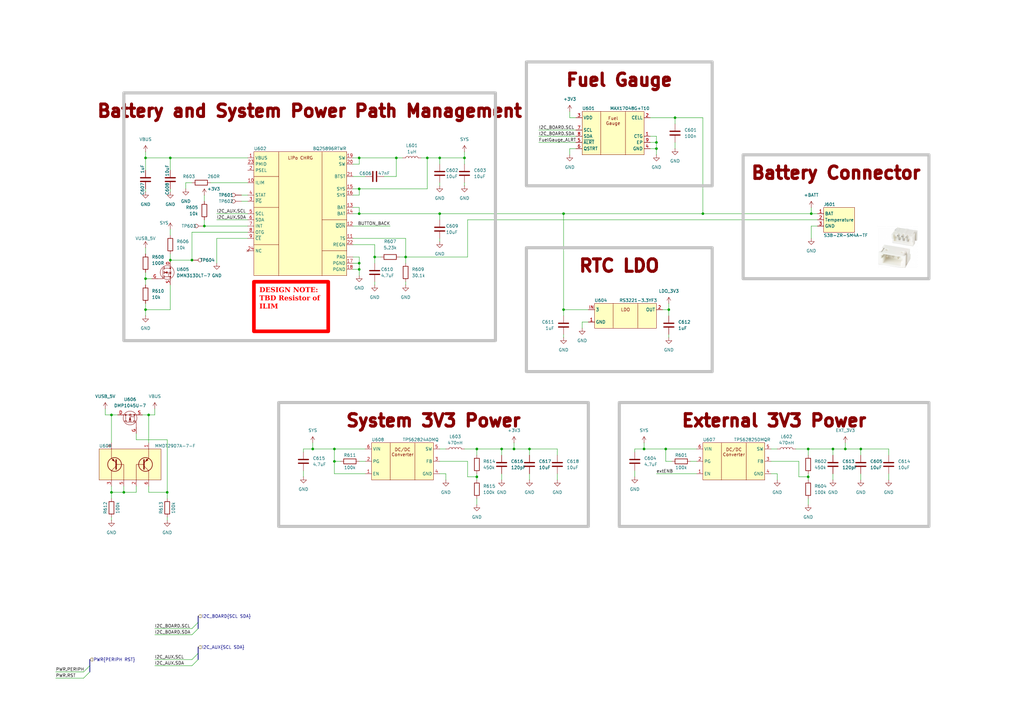
<source format=kicad_sch>
(kicad_sch (version 20231120) (generator "eeschema") (generator_version "8.0")
  (paper "A3")
  (title_block (date "2024-12-11") (rev "1.0") (company "kode."))
  (lib_symbols
    (symbol "0_CI_smd:BQ25896RTWR"
      (property "Reference" "U" (at 0 1.27 0))
      (property "Value" "BQ25896RTWR" (at 24.13 1.27 0))
      (symbol "BQ25896RTWR_1_1"
        (text "LiPo CHRG" (at 19.05 -2.54 0) (effects (font (size 1.27 1.27))))
        (pin unspecified line (at 40.64 -43.18 180) (length 2.54) (name "PAD") (number ""))
        (pin unspecified line (at -2.54 -2.54 0) (length 2.54) (name "VBUS") (number "1"))
        (pin unspecified line (at -2.54 -12.7 0) (length 2.54) (name "ILIM") (number "10"))
        (pin unspecified line (at 40.64 -35.56 180) (length 2.54) (name "TS") (number "11"))
        (pin unspecified line (at 40.64 -30.48 180) (length 2.54) (name "~{QON}") (number "12"))
        (pin unspecified line (at 40.64 -22.86 180) (length 2.54) (name "BAT") (number "13"))
        (pin unspecified line (at 40.64 -25.4 180) (length 2.54) (name "BAT") (number "14"))
        (pin unspecified line (at 40.64 -15.24 180) (length 2.54) (name "SYS") (number "15"))
        (pin unspecified line (at 40.64 -17.78 180) (length 2.54) (name "SYS") (number "16"))
        (pin unspecified line (at 40.64 -45.72 180) (length 2.54) (name "PGND") (number "17"))
        (pin unspecified line (at 40.64 -48.26 180) (length 2.54) (name "PGND") (number "18"))
        (pin unspecified line (at 40.64 -2.54 180) (length 2.54) (name "SW") (number "19"))
        (pin unspecified line (at -2.54 -7.62 0) (length 2.54) (name "PSEL") (number "2"))
        (pin unspecified line (at 40.64 -5.08 180) (length 2.54) (name "SW") (number "20"))
        (pin unspecified line (at 40.64 -10.16 180) (length 2.54) (name "BTST") (number "21"))
        (pin unspecified line (at 40.64 -38.1 180) (length 2.54) (name "REGN") (number "22"))
        (pin unspecified line (at -2.54 -5.08 0) (length 2.54) (name "PMID") (number "23"))
        (pin no_connect line (at -2.54 -40.64 0) (length 2.54) (name "NC") (number "24"))
        (pin unspecified line (at -2.54 -20.32 0) (length 2.54) (name "~{PG}") (number "3"))
        (pin unspecified line (at -2.54 -17.78 0) (length 2.54) (name "STAT") (number "4"))
        (pin unspecified line (at -2.54 -25.4 0) (length 2.54) (name "SCL") (number "5"))
        (pin unspecified line (at -2.54 -27.94 0) (length 2.54) (name "SDA") (number "6"))
        (pin unspecified line (at -2.54 -30.48 0) (length 2.54) (name "INT") (number "7"))
        (pin unspecified line (at -2.54 -33.02 0) (length 2.54) (name "OTG") (number "8"))
        (pin unspecified line (at -2.54 -35.56 0) (length 2.54) (name "~{CE}") (number "9"))
      )
    )
    (symbol "0_CI_smd:DMN313DLT-7"
      (property "Reference" "U" (at 3.81 1.27 0))
      (property "Value" "DMN313DLT-7" (at 3.81 -1.27 0))
      (symbol "DMN313DLT-7_1_1"
        (pin unspecified line (at 1.27 5.08 270) (length 2.54) (name "") (number "D"))
        (pin unspecified line (at -6.35 -2.54 0) (length 2.54) (name "") (number "G"))
        (pin unspecified line (at 1.27 -5.08 90) (length 2.54) (name "") (number "S"))
      )
    )
    (symbol "0_CI_smd:DMP1045U-7"
      (property "Reference" "U" (at 3.81 1.27 0))
      (property "Value" "DMP1045U-7" (at 3.81 -1.27 0))
      (symbol "DMP1045U-7_1_1"
        (pin unspecified line (at 1.27 5.08 270) (length 2.54) (name "") (number "D"))
        (pin unspecified line (at -6.35 -2.54 0) (length 2.54) (name "") (number "G"))
        (pin unspecified line (at 1.27 -5.08 90) (length 2.54) (name "") (number "S"))
      )
    )
    (symbol "0_CI_smd:MAX17048G+T10"
      (property "Reference" "U" (at 0 1.27 0))
      (property "Value" "MAX17048G+T10" (at 11.43 1.27 0))
      (symbol "MAX17048G+T10_1_1"
        (text "Fuel\nGauge" (at 12.7 -3.81 0) (effects (font (size 1.27 1.27))))
        (pin unspecified line (at 27.94 -10.16 180) (length 2.54) (name "CTG") (number "1"))
        (pin unspecified line (at 27.94 -2.54 180) (length 2.54) (name "CELL") (number "2"))
        (pin unspecified line (at -2.54 -2.54 0) (length 2.54) (name "VDD") (number "3"))
        (pin unspecified line (at 27.94 -15.24 180) (length 2.54) (name "GND") (number "4"))
        (pin unspecified line (at -2.54 -12.7 0) (length 2.54) (name "~{ALRT}") (number "5"))
        (pin unspecified line (at -2.54 -15.24 0) (length 2.54) (name "QSTRT") (number "6"))
        (pin unspecified line (at -2.54 -7.62 0) (length 2.54) (name "SCL") (number "7"))
        (pin unspecified line (at -2.54 -10.16 0) (length 2.54) (name "SDA") (number "8"))
        (pin unspecified line (at 27.94 -12.7 180) (length 2.54) (name "EP") (number "9"))
      )
    )
    (symbol "0_CI_smd:MMDT2907A-7-F"
      (property "Reference" "U" (at 0 1.27 0))
      (property "Value" "MMDT2907A-7-F" (at 22.86 1.27 0))
      (symbol "MMDT2907A-7-F_1_1"
        (pin unspecified line (at 20.32 2.54 270) (length 2.54) (name "") (number "1"))
        (pin unspecified line (at 15.24 -15.24 90) (length 2.54) (name "") (number "2"))
        (pin unspecified line (at 5.08 -15.24 90) (length 2.54) (name "") (number "3"))
        (pin unspecified line (at 5.08 2.54 270) (length 2.54) (name "") (number "4"))
        (pin unspecified line (at 10.16 -15.24 90) (length 2.54) (name "") (number "5"))
        (pin unspecified line (at 20.32 -15.24 90) (length 2.54) (name "") (number "6"))
      )
    )
    (symbol "0_connector_smd:S3B-ZR-SM4A-TF"
      (property "Reference" "J" (at 0 1.27 0))
      (property "Value" "S3B-ZR-SM4A-TF" (at 0 -11.43 0))
      (symbol "S3B-ZR-SM4A-TF_1_1"
        (pin unspecified line (at -2.54 -2.54 0) (length 2.54) (name "BAT") (number "1"))
        (pin unspecified line (at -2.54 -5.08 0) (length 2.54) (name "Temperature") (number "2"))
        (pin unspecified line (at -2.54 -7.62 0) (length 2.54) (name "GND") (number "3"))
      )
    )
    (symbol "0_converterDCDC:RS3221-3.3YF3"
      (property "Reference" "U" (at 0 1.27 0))
      (property "Value" "RS3221-3.3YF3" (at 10.16 1.27 0))
      (symbol "RS3221-3.3YF3_1_1"
        (text "LDO" (at 12.7 -2.54 0) (effects (font (size 1.27 1.27))))
        (pin unspecified line (at -2.54 -7.62 0) (length 2.54) (name "GND") (number "1"))
        (pin unspecified line (at 27.94 -2.54 180) (length 2.54) (name "OUT") (number "2"))
        (pin unspecified line (at -2.54 -2.54 0) (length 2.54) (name "3") (number "IN"))
      )
    )
    (symbol "0_converterDCDC:TPS62824ADMQ"
      (property "Reference" "U" (at 0 1.27 0))
      (property "Value" "TPS62824ADMQ" (at 12.7 1.27 0))
      (symbol "TPS62824ADMQ_1_1"
        (text "DC/DC\nConverter" (at 12.7 -3.81 0) (effects (font (size 1.27 1.27))))
        (pin unspecified line (at -2.54 -12.7 0) (length 2.54) (name "EN") (number "1"))
        (pin unspecified line (at -2.54 -7.62 0) (length 2.54) (name "PG") (number "2"))
        (pin unspecified line (at 27.94 -7.62 180) (length 2.54) (name "FB") (number "3"))
        (pin unspecified line (at 27.94 -12.7 180) (length 2.54) (name "GND") (number "4"))
        (pin unspecified line (at 27.94 -2.54 180) (length 2.54) (name "SW") (number "5"))
        (pin unspecified line (at -2.54 -2.54 0) (length 2.54) (name "VIN") (number "6"))
      )
    )
    (symbol "0_converterDCDC:TPS62825DMQR"
      (property "Reference" "U" (at 0 1.27 0))
      (property "Value" "TPS62825DMQR" (at 12.7 1.27 0))
      (symbol "TPS62825DMQR_1_1"
        (text "DC/DC\nConverter" (at 12.7 -3.81 0) (effects (font (size 1.27 1.27))))
        (pin unspecified line (at -2.54 -12.7 0) (length 2.54) (name "EN") (number "1"))
        (pin unspecified line (at -2.54 -7.62 0) (length 2.54) (name "PG") (number "2"))
        (pin unspecified line (at 27.94 -7.62 180) (length 2.54) (name "FB") (number "3"))
        (pin unspecified line (at 27.94 -12.7 180) (length 2.54) (name "GND") (number "4"))
        (pin unspecified line (at 27.94 -2.54 180) (length 2.54) (name "SW") (number "5"))
        (pin unspecified line (at -2.54 -2.54 0) (length 2.54) (name "VIN") (number "6"))
      )
    )
    (symbol "Connector:TestPoint" (pin_numbers hide) (pin_names (offset 0.762) hide)
      (property "Reference" "TP" (at 0 6.858 0))
      (property "Value" "TestPoint" (at 0 5.08 0))
      (symbol "TestPoint_1_1"
        (pin passive line (at 0 0 90) (length 2.54) (name "1") (number "1"))
      )
    )
    (symbol "Device:C" (pin_numbers hide) (pin_names (offset 0.254))
      (property "Reference" "C" (at 0.635 2.54 0))
      (property "Value" "C" (at 0.635 -2.54 0))
      (symbol "C_1_1"
        (pin passive line (at 0 3.81 270) (length 2.794) (name "~") (number "1"))
        (pin passive line (at 0 -3.81 90) (length 2.794) (name "~") (number "2"))
      )
    )
    (symbol "Device:L" (pin_numbers hide) (pin_names (offset 1.016) hide)
      (property "Reference" "L" (at -1.27 0 90))
      (property "Value" "L" (at 1.905 0 90))
      (symbol "L_1_1"
        (pin passive line (at 0 3.81 270) (length 1.27) (name "1") (number "1"))
        (pin passive line (at 0 -3.81 90) (length 1.27) (name "2") (number "2"))
      )
    )
    (symbol "Device:R" (pin_numbers hide) (pin_names (offset 0))
      (property "Reference" "R" (at 2.032 0 90))
      (property "Value" "R" (at 0 0 90))
      (symbol "R_1_1"
        (pin passive line (at 0 3.81 270) (length 1.27) (name "~") (number "1"))
        (pin passive line (at 0 -3.81 90) (length 1.27) (name "~") (number "2"))
      )
    )
    (symbol "power:+3V3" (power) (pin_numbers hide) (pin_names (offset 0) hide)
      (property "Value" "+3V3" (at 0 3.556 0))
      (symbol "+3V3_1_1"
        (pin power_in line (at 0 0 90) (length 0) (name "~") (number "1"))
      )
    )
    (symbol "power:+BATT" (power) (pin_numbers hide) (pin_names (offset 0) hide)
      (property "Value" "+BATT" (at 0 3.556 0))
      (symbol "+BATT_1_1"
        (pin power_in line (at 0 0 90) (length 0) (name "~") (number "1"))
      )
    )
    (symbol "power:GND" (power) (pin_numbers hide) (pin_names (offset 0) hide)
      (property "Value" "GND" (at 0 -3.81 0))
      (symbol "GND_1_1"
        (pin power_in line (at 0 0 270) (length 0) (name "~") (number "1"))
      )
    )
    (symbol "power:VBUS" (power) (pin_numbers hide) (pin_names (offset 0) hide)
      (property "Value" "VBUS" (at 0 3.556 0))
      (symbol "VBUS_1_1"
        (pin power_in line (at 0 0 90) (length 0) (name "~") (number "1"))
      )
    )
    (symbol "power:VDC" (power) (pin_numbers hide) (pin_names (offset 0) hide)
      (property "Value" "VDC" (at 0 3.556 0))
      (symbol "VDC_1_1"
        (pin power_in line (at 0 0 90) (length 0) (name "~") (number "1"))
      )
    )
  )
  (junction (at 269.24 58.42))
  (junction (at 50.8 201.93))
  (junction (at 147.32 64.77))
  (junction (at 68.58 201.93))
  (junction (at 269.24 60.96))
  (junction (at 166.37 105.41))
  (junction (at 331.47 195.58))
  (junction (at 195.58 184.15))
  (junction (at 69.85 64.77))
  (junction (at 59.69 114.3))
  (junction (at 274.32 127))
  (junction (at 59.69 64.77))
  (junction (at 332.74 87.63))
  (junction (at 69.85 106.68))
  (junction (at 273.05 184.15))
  (junction (at 346.71 184.15))
  (junction (at 78.74 106.68))
  (junction (at 210.82 184.15))
  (junction (at 83.82 92.71))
  (junction (at 331.47 184.15))
  (junction (at 231.14 87.63))
  (junction (at 276.86 48.26))
  (junction (at 128.27 184.15))
  (junction (at 153.67 105.41))
  (junction (at 45.72 201.93))
  (junction (at 59.69 127))
  (junction (at 162.56 64.77))
  (junction (at 147.32 107.95))
  (junction (at 217.17 184.15))
  (junction (at 175.26 64.77))
  (junction (at 264.16 184.15))
  (junction (at 147.32 77.47))
  (junction (at 195.58 195.58))
  (junction (at 190.5 64.77))
  (junction (at 137.16 184.15))
  (junction (at 45.72 170.18))
  (junction (at 147.32 87.63))
  (junction (at 137.16 189.23))
  (junction (at 205.74 184.15))
  (junction (at 288.29 87.63))
  (junction (at 353.06 184.15))
  (junction (at 147.32 110.49))
  (junction (at 60.96 170.18))
  (junction (at 231.14 127))
  (junction (at 341.63 184.15))
  (junction (at 180.34 87.63))
  (junction (at 180.34 64.77))
  (bus_entry (at 81.28 267.97) (size -2.54 2.54))
  (bus_entry (at 36.83 275.59) (size -2.54 2.54))
  (bus_entry (at 36.83 273.05) (size -2.54 2.54))
  (bus_entry (at 81.28 257.81) (size -2.54 2.54))
  (bus_entry (at 81.28 270.51) (size -2.54 2.54))
  (bus_entry (at 81.28 255.27) (size -2.54 2.54))
  (wire (pts (xy 147.32 80.01) (xy 147.32 77.47)))
  (wire (pts (xy 346.71 181.61) (xy 346.71 184.15)))
  (wire (pts (xy 60.96 201.93) (xy 68.58 201.93)))
  (wire (pts (xy 147.32 77.47) (xy 175.26 77.47)))
  (wire (pts (xy 180.34 194.31) (xy 182.88 194.31)))
  (wire (pts (xy 238.76 132.08) (xy 241.3 132.08)))
  (wire (pts (xy 162.56 72.39) (xy 162.56 64.77)))
  (wire (pts (xy 55.88 180.34) (xy 68.58 180.34)))
  (wire (pts (xy 22.86 275.59) (xy 34.29 275.59)))
  (wire (pts (xy 99.06 80.01) (xy 101.6 80.01)))
  (wire (pts (xy 69.85 104.14) (xy 69.85 106.68)))
  (wire (pts (xy 190.5 62.23) (xy 190.5 64.77)))
  (wire (pts (xy 269.24 60.96) (xy 269.24 63.5)))
  (wire (pts (xy 266.7 58.42) (xy 269.24 58.42)))
  (wire (pts (xy 45.72 213.36) (xy 45.72 212.09)))
  (wire (pts (xy 180.34 184.15) (xy 182.88 184.15)))
  (wire (pts (xy 275.59 189.23) (xy 273.05 189.23)))
  (wire (pts (xy 182.88 194.31) (xy 182.88 196.85)))
  (wire (pts (xy 83.82 92.71) (xy 101.6 92.71)))
  (wire (pts (xy 264.16 184.15) (xy 264.16 181.61)))
  (wire (pts (xy 60.96 170.18) (xy 58.42 170.18)))
  (wire (pts (xy 260.35 185.42) (xy 260.35 184.15)))
  (wire (pts (xy 59.69 127) (xy 59.69 129.54)))
  (wire (pts (xy 144.78 67.31) (xy 147.32 67.31)))
  (wire (pts (xy 63.5 260.35) (xy 78.74 260.35)))
  (wire (pts (xy 144.78 100.33) (xy 153.67 100.33)))
  (wire (pts (xy 160.02 92.71) (xy 144.78 92.71)))
  (wire (pts (xy 238.76 132.08) (xy 238.76 134.62)))
  (wire (pts (xy 86.36 74.93) (xy 101.6 74.93)))
  (wire (pts (xy 144.78 97.79) (xy 166.37 97.79)))
  (wire (pts (xy 144.78 107.95) (xy 147.32 107.95)))
  (wire (pts (xy 144.78 87.63) (xy 147.32 87.63)))
  (wire (pts (xy 220.98 58.42) (xy 236.22 58.42)))
  (wire (pts (xy 331.47 184.15) (xy 341.63 184.15)))
  (wire (pts (xy 195.58 194.31) (xy 195.58 195.58)))
  (wire (pts (xy 180.34 97.79) (xy 180.34 99.06)))
  (wire (pts (xy 144.78 64.77) (xy 147.32 64.77)))
  (wire (pts (xy 124.46 185.42) (xy 124.46 184.15)))
  (wire (pts (xy 353.06 194.31) (xy 353.06 196.85)))
  (wire (pts (xy 283.21 189.23) (xy 285.75 189.23)))
  (wire (pts (xy 341.63 186.69) (xy 341.63 184.15)))
  (wire (pts (xy 76.2 74.93) (xy 76.2 77.47)))
  (wire (pts (xy 144.78 80.01) (xy 147.32 80.01)))
  (wire (pts (xy 144.78 85.09) (xy 147.32 85.09)))
  (wire (pts (xy 172.72 64.77) (xy 175.26 64.77)))
  (bus (pts (xy 36.83 270.51) (xy 36.83 273.05)))
  (bus (pts (xy 81.28 265.43) (xy 81.28 267.97)))
  (wire (pts (xy 88.9 87.63) (xy 101.6 87.63)))
  (wire (pts (xy 205.74 194.31) (xy 205.74 196.85)))
  (wire (pts (xy 231.14 127) (xy 241.3 127)))
  (wire (pts (xy 332.74 85.09) (xy 332.74 87.63)))
  (wire (pts (xy 191.77 90.17) (xy 335.28 90.17)))
  (wire (pts (xy 45.72 170.18) (xy 48.26 170.18)))
  (wire (pts (xy 69.85 106.68) (xy 78.74 106.68)))
  (wire (pts (xy 260.35 184.15) (xy 264.16 184.15)))
  (wire (pts (xy 195.58 184.15) (xy 205.74 184.15)))
  (wire (pts (xy 231.14 129.54) (xy 231.14 127)))
  (wire (pts (xy 228.6 184.15) (xy 217.17 184.15)))
  (wire (pts (xy 45.72 170.18) (xy 45.72 181.61)))
  (wire (pts (xy 45.72 199.39) (xy 45.72 201.93)))
  (wire (pts (xy 78.74 74.93) (xy 76.2 74.93)))
  (wire (pts (xy 274.32 124.46) (xy 274.32 127)))
  (wire (pts (xy 327.66 189.23) (xy 316.23 189.23)))
  (wire (pts (xy 137.16 184.15) (xy 149.86 184.15)))
  (wire (pts (xy 128.27 184.15) (xy 137.16 184.15)))
  (wire (pts (xy 55.88 201.93) (xy 50.8 201.93)))
  (wire (pts (xy 83.82 92.71) (xy 83.82 90.17)))
  (bus (pts (xy 36.83 273.05) (xy 36.83 275.59)))
  (wire (pts (xy 276.86 60.96) (xy 276.86 58.42)))
  (wire (pts (xy 63.5 273.05) (xy 78.74 273.05)))
  (wire (pts (xy 62.23 114.3) (xy 59.69 114.3)))
  (wire (pts (xy 190.5 74.93) (xy 190.5 76.2)))
  (wire (pts (xy 191.77 195.58) (xy 191.77 189.23)))
  (wire (pts (xy 318.77 194.31) (xy 318.77 196.85)))
  (wire (pts (xy 327.66 195.58) (xy 327.66 189.23)))
  (wire (pts (xy 68.58 204.47) (xy 68.58 201.93)))
  (wire (pts (xy 59.69 101.6) (xy 59.69 104.14)))
  (wire (pts (xy 50.8 199.39) (xy 50.8 201.93)))
  (wire (pts (xy 191.77 195.58) (xy 195.58 195.58)))
  (wire (pts (xy 166.37 105.41) (xy 191.77 105.41)))
  (wire (pts (xy 163.83 105.41) (xy 166.37 105.41)))
  (wire (pts (xy 166.37 105.41) (xy 166.37 107.95)))
  (wire (pts (xy 195.58 184.15) (xy 195.58 186.69)))
  (wire (pts (xy 335.28 87.63) (xy 332.74 87.63)))
  (wire (pts (xy 266.7 60.96) (xy 269.24 60.96)))
  (wire (pts (xy 166.37 116.84) (xy 166.37 115.57)))
  (wire (pts (xy 128.27 184.15) (xy 128.27 181.61)))
  (wire (pts (xy 50.8 201.93) (xy 45.72 201.93)))
  (wire (pts (xy 276.86 48.26) (xy 266.7 48.26)))
  (wire (pts (xy 276.86 48.26) (xy 276.86 50.8)))
  (wire (pts (xy 149.86 194.31) (xy 137.16 194.31)))
  (wire (pts (xy 165.1 64.77) (xy 162.56 64.77)))
  (wire (pts (xy 144.78 110.49) (xy 147.32 110.49)))
  (wire (pts (xy 99.06 82.55) (xy 101.6 82.55)))
  (wire (pts (xy 220.98 55.88) (xy 236.22 55.88)))
  (wire (pts (xy 59.69 69.85) (xy 59.69 64.77)))
  (wire (pts (xy 364.49 184.15) (xy 353.06 184.15)))
  (wire (pts (xy 60.96 170.18) (xy 60.96 181.61)))
  (wire (pts (xy 353.06 184.15) (xy 346.71 184.15)))
  (wire (pts (xy 43.18 170.18) (xy 45.72 170.18)))
  (wire (pts (xy 59.69 77.47) (xy 59.69 78.74)))
  (wire (pts (xy 180.34 87.63) (xy 231.14 87.63)))
  (bus (pts (xy 81.28 267.97) (xy 81.28 270.51)))
  (wire (pts (xy 175.26 64.77) (xy 180.34 64.77)))
  (wire (pts (xy 124.46 193.04) (xy 124.46 195.58)))
  (wire (pts (xy 217.17 184.15) (xy 210.82 184.15)))
  (wire (pts (xy 190.5 67.31) (xy 190.5 64.77)))
  (wire (pts (xy 144.78 77.47) (xy 147.32 77.47)))
  (wire (pts (xy 191.77 189.23) (xy 180.34 189.23)))
  (wire (pts (xy 180.34 74.93) (xy 180.34 76.2)))
  (wire (pts (xy 101.6 97.79) (xy 88.9 97.79)))
  (wire (pts (xy 332.74 92.71) (xy 332.74 97.79)))
  (wire (pts (xy 233.68 48.26) (xy 236.22 48.26)))
  (wire (pts (xy 63.5 257.81) (xy 78.74 257.81)))
  (wire (pts (xy 147.32 189.23) (xy 149.86 189.23)))
  (wire (pts (xy 332.74 87.63) (xy 288.29 87.63)))
  (wire (pts (xy 220.98 53.34) (xy 236.22 53.34)))
  (wire (pts (xy 269.24 55.88) (xy 269.24 58.42)))
  (wire (pts (xy 63.5 270.51) (xy 78.74 270.51)))
  (wire (pts (xy 55.88 180.34) (xy 55.88 177.8)))
  (wire (pts (xy 153.67 116.84) (xy 153.67 115.57)))
  (wire (pts (xy 60.96 199.39) (xy 60.96 201.93)))
  (wire (pts (xy 260.35 193.04) (xy 260.35 195.58)))
  (wire (pts (xy 190.5 184.15) (xy 195.58 184.15)))
  (wire (pts (xy 190.5 64.77) (xy 180.34 64.77)))
  (wire (pts (xy 364.49 184.15) (xy 364.49 186.69)))
  (wire (pts (xy 59.69 124.46) (xy 59.69 127)))
  (wire (pts (xy 45.72 204.47) (xy 45.72 201.93)))
  (wire (pts (xy 316.23 184.15) (xy 318.77 184.15)))
  (wire (pts (xy 68.58 212.09) (xy 68.58 213.36)))
  (wire (pts (xy 326.39 184.15) (xy 331.47 184.15)))
  (wire (pts (xy 274.32 137.16) (xy 274.32 138.43)))
  (wire (pts (xy 233.68 45.72) (xy 233.68 48.26)))
  (wire (pts (xy 195.58 195.58) (xy 195.58 196.85)))
  (wire (pts (xy 69.85 64.77) (xy 101.6 64.77)))
  (wire (pts (xy 327.66 195.58) (xy 331.47 195.58)))
  (wire (pts (xy 147.32 64.77) (xy 162.56 64.77)))
  (wire (pts (xy 231.14 87.63) (xy 231.14 127)))
  (wire (pts (xy 331.47 204.47) (xy 331.47 207.01)))
  (wire (pts (xy 231.14 137.16) (xy 231.14 138.43)))
  (wire (pts (xy 288.29 48.26) (xy 288.29 87.63)))
  (wire (pts (xy 331.47 195.58) (xy 331.47 196.85)))
  (wire (pts (xy 68.58 180.34) (xy 68.58 201.93)))
  (wire (pts (xy 147.32 87.63) (xy 147.32 85.09)))
  (bus (pts (xy 81.28 255.27) (xy 81.28 257.81)))
  (wire (pts (xy 217.17 184.15) (xy 217.17 186.69)))
  (wire (pts (xy 288.29 87.63) (xy 231.14 87.63)))
  (wire (pts (xy 59.69 114.3) (xy 59.69 111.76)))
  (wire (pts (xy 147.32 87.63) (xy 180.34 87.63)))
  (wire (pts (xy 210.82 184.15) (xy 205.74 184.15)))
  (wire (pts (xy 346.71 184.15) (xy 341.63 184.15)))
  (wire (pts (xy 69.85 77.47) (xy 69.85 78.74)))
  (wire (pts (xy 59.69 62.23) (xy 59.69 64.77)))
  (wire (pts (xy 69.85 64.77) (xy 69.85 69.85)))
  (wire (pts (xy 78.74 95.25) (xy 78.74 106.68)))
  (wire (pts (xy 144.78 105.41) (xy 147.32 105.41)))
  (wire (pts (xy 157.48 72.39) (xy 162.56 72.39)))
  (wire (pts (xy 22.86 278.13) (xy 34.29 278.13)))
  (wire (pts (xy 83.82 80.01) (xy 83.82 82.55)))
  (wire (pts (xy 147.32 105.41) (xy 147.32 107.95)))
  (wire (pts (xy 353.06 184.15) (xy 353.06 186.69)))
  (wire (pts (xy 331.47 194.31) (xy 331.47 195.58)))
  (wire (pts (xy 153.67 105.41) (xy 156.21 105.41)))
  (wire (pts (xy 55.88 199.39) (xy 55.88 201.93)))
  (wire (pts (xy 137.16 194.31) (xy 137.16 189.23)))
  (wire (pts (xy 59.69 64.77) (xy 69.85 64.77)))
  (wire (pts (xy 88.9 97.79) (xy 88.9 107.95)))
  (wire (pts (xy 228.6 194.31) (xy 228.6 196.85)))
  (wire (pts (xy 274.32 127) (xy 274.32 129.54)))
  (wire (pts (xy 364.49 194.31) (xy 364.49 196.85)))
  (wire (pts (xy 233.68 63.5) (xy 233.68 60.96)))
  (wire (pts (xy 288.29 48.26) (xy 276.86 48.26)))
  (wire (pts (xy 271.78 127) (xy 274.32 127)))
  (wire (pts (xy 101.6 95.25) (xy 78.74 95.25)))
  (wire (pts (xy 147.32 107.95) (xy 147.32 110.49)))
  (wire (pts (xy 233.68 60.96) (xy 236.22 60.96)))
  (wire (pts (xy 273.05 184.15) (xy 285.75 184.15)))
  (wire (pts (xy 124.46 184.15) (xy 128.27 184.15)))
  (wire (pts (xy 43.18 167.64) (xy 43.18 170.18)))
  (wire (pts (xy 166.37 97.79) (xy 166.37 105.41)))
  (wire (pts (xy 266.7 55.88) (xy 269.24 55.88)))
  (wire (pts (xy 63.5 170.18) (xy 60.96 170.18)))
  (wire (pts (xy 180.34 90.17) (xy 180.34 87.63)))
  (bus (pts (xy 81.28 252.73) (xy 81.28 255.27)))
  (wire (pts (xy 144.78 72.39) (xy 149.86 72.39)))
  (wire (pts (xy 269.24 194.31) (xy 285.75 194.31)))
  (wire (pts (xy 69.85 127) (xy 59.69 127)))
  (wire (pts (xy 191.77 90.17) (xy 191.77 105.41)))
  (wire (pts (xy 137.16 189.23) (xy 137.16 184.15)))
  (wire (pts (xy 147.32 67.31) (xy 147.32 64.77)))
  (wire (pts (xy 69.85 93.98) (xy 69.85 96.52)))
  (wire (pts (xy 139.7 189.23) (xy 137.16 189.23)))
  (wire (pts (xy 269.24 58.42) (xy 269.24 60.96)))
  (wire (pts (xy 59.69 114.3) (xy 59.69 116.84)))
  (wire (pts (xy 195.58 204.47) (xy 195.58 207.01)))
  (wire (pts (xy 180.34 67.31) (xy 180.34 64.77)))
  (wire (pts (xy 63.5 170.18) (xy 63.5 167.64)))
  (wire (pts (xy 217.17 194.31) (xy 217.17 196.85)))
  (wire (pts (xy 88.9 90.17) (xy 101.6 90.17)))
  (wire (pts (xy 341.63 194.31) (xy 341.63 196.85)))
  (wire (pts (xy 69.85 116.84) (xy 69.85 127)))
  (wire (pts (xy 153.67 105.41) (xy 153.67 107.95)))
  (wire (pts (xy 264.16 184.15) (xy 273.05 184.15)))
  (wire (pts (xy 147.32 110.49) (xy 147.32 113.03)))
  (wire (pts (xy 331.47 184.15) (xy 331.47 186.69)))
  (wire (pts (xy 273.05 189.23) (xy 273.05 184.15)))
  (wire (pts (xy 332.74 92.71) (xy 335.28 92.71)))
  (wire (pts (xy 153.67 105.41) (xy 153.67 100.33)))
  (wire (pts (xy 228.6 184.15) (xy 228.6 186.69)))
  (wire (pts (xy 175.26 77.47) (xy 175.26 64.77)))
  (wire (pts (xy 316.23 194.31) (xy 318.77 194.31)))
  (wire (pts (xy 205.74 186.69) (xy 205.74 184.15)))
  (wire (pts (xy 210.82 181.61) (xy 210.82 184.15)))
  (rectangle (start 232.41 58.42) (end 232.41 58.42))
  (rectangle (start 215.9 101.6) (end 292.1 152.4) (stroke (width 1.27) (color 194 194 194 1)))
  (rectangle (start 215.9 25.4) (end 292.1 76.2) (stroke (width 1.27) (color 194 194 194 1)))
  (rectangle (start 304.8 63.5) (end 381 114.3) (stroke (width 1.27) (color 194 194 194 1)))
  (rectangle (start 114.3 165.1) (end 241.3 215.9) (stroke (width 1.27) (color 194 194 194 1)))
  (rectangle (start 254 165.1) (end 381 215.9) (stroke (width 1.27) (color 194 194 194 1)))
  (rectangle (start 50.8 38.1) (end 203.2 139.7) (stroke (width 1.27) (color 194 194 194 1)))
  (image (at 368.3 101.6) (scale 0.0787504))
  (text_box "DESIGN NOTE:\nTBD Resistor of ILIM" (at 104.14 115.57 0) (size 30.48 20.32) (stroke (width 1.5) (color 255 0 0 1)) (effects (font (size 2 2) (thickness 0.4) (bold yes)) (justify left top)))
  (text "RTC LDO" (at 254 109.22 0) (effects (font (size 5.08 5.08) (thickness 1.524) (bold yes))))
  (text "System 3V3 Power" (at 177.8 172.72 0) (effects (font (size 5.08 5.08) (thickness 1.524) (bold yes))))
  (text "Fuel Gauge" (at 254 33.02 0) (effects (font (size 5.08 5.08) (thickness 1.524) (bold yes))))
  (text "External 3V3 Power" (at 317.5 172.72 0) (effects (font (size 5.08 5.08) (thickness 1.524) (bold yes))))
  (text "Battery and System Power Path Management" (at 127 45.72 0) (effects (font (size 5.08 5.08) (thickness 1.524) (bold yes))))
  (text "Battery Connector" (at 342.9 71.12 0) (effects (font (size 5.08 5.08) (thickness 1.524) (bold yes))))
  (label "I2C_AUX.SDA" (at 88.9 90.17 0))
  (label "I2C_BOARD.SCL" (at 220.98 53.34 0))
  (label "PWR.PERIPH" (at 22.86 275.59 0))
  (label "FuelGauge_ALRT" (at 220.98 58.42 0))
  (label "I2C_BOARD.SCL" (at 63.5 257.81 0))
  (label "PWR.RST" (at 22.86 278.13 0))
  (label "BUTTON_BACK" (at 160.02 92.71 180))
  (label "I2C_BOARD.SDA" (at 220.98 55.88 0))
  (label "extENB" (at 269.24 194.31 0))
  (label "I2C_AUX.SCL" (at 88.9 87.63 0))
  (label "I2C_BOARD.SDA" (at 63.5 260.35 0))
  (label "I2C_AUX.SDA" (at 63.5 273.05 0))
  (label "I2C_AUX.SCL" (at 63.5 270.51 0))
  (hierarchical_label "I2C_AUX{SCL SDA}" (shape input) (at 81.28 265.43 0))
  (hierarchical_label "I2C_BOARD{SCL SDA}" (shape input) (at 81.28 252.73 0))
  (hierarchical_label "PWR{PERIPH RST}" (shape input) (at 36.83 270.51 0))
  (symbol (lib_id "power:+3V3") (at 274.32 124.46 0) (unit 1)
    (property "Reference" "#PWR0620" (effects (hide yes)))
    (property "Value" "LDO_3V3" (at 274.32 119.38 0))
    (property "Description" "Power symbol creates a global label with name \"+3V3\"" (effects (hide yes)))
  )
  (symbol (lib_id "power:VBUS") (at 43.18 167.64 0) (unit 1)
    (property "Reference" "#PWR0633" (effects (hide yes)))
    (property "Value" "VUSB_5V" (at 43.18 162.56 0))
    (property "Description" "Power symbol creates a global label with name \"VBUS\"" (effects (hide yes)))
  )
  (symbol (lib_id "power:GND") (at 205.74 196.85 0) (unit 1)
    (property "Reference" "#PWR0641" (effects (hide yes)))
    (property "Value" "GND" (at 205.74 201.93 0))
    (property "Description" "Power symbol creates a global label with name \"GND\" , ground" (effects (hide yes)))
  )
  (symbol (lib_id "Device:C") (at 217.17 190.5 0) (unit 1)
    (property "Reference" "C617" (at 220.98 189.23 0) (effects (justify left)))
    (property "Value" "10uF" (at 220.98 191.77 0) (effects (justify left)))
    (property "Description" "Unpolarized capacitor" (effects (hide yes)))
  )
  (symbol (lib_id "Device:C") (at 341.63 190.5 0) (unit 1)
    (property "Reference" "C613" (at 345.44 189.23 0) (effects (justify left)))
    (property "Value" "120pF" (at 345.44 191.77 0) (effects (justify left)))
    (property "Description" "Unpolarized capacitor" (effects (hide yes)))
  )
  (symbol (lib_id "0_CI_smd:BQ25896RTWR") (at 104.14 62.23 0) (unit 1)
    (property "Reference" "U602" (at 104.14 60.96 0) (effects (justify left)))
    (property "Value" "BQ25896RTWR" (at 128.27 60.96 0) (effects (justify left)))
    (property "Footprint" "0_CI_smd:BQ25896RTWR" (effects (hide yes)))
    (property "Datasheet" "https://www.ti.com/general/docs/suppproductinfo.tsp?distId=10&gotoUrl=https%3A%2F%2Fwww.ti.com%2Flit%2Fgpn%2Fbq25896" (effects (hide yes)))
    (property "Description" "IC BATT CHG LI-ION 1CELL 24WQFN" (effects (hide yes)))
    (property "kode PN" "DOTU002" (effects (hide yes)))
    (property "Manufacturer" "Texas Instrument" (effects (hide yes)))
    (property "Manufacturer PN" "BQ25896RTWR" (effects (hide yes)))
    (property "Supplier 1" "LCSC" (effects (hide yes)))
    (property "Supplier 1 PN" "C181475" (effects (hide yes)))
  )
  (symbol (lib_id "power:GND") (at 68.58 213.36 0) (unit 1)
    (property "Reference" "#PWR0651" (effects (hide yes)))
    (property "Value" "GND" (at 68.58 218.44 0))
    (property "Description" "Power symbol creates a global label with name \"GND\" , ground" (effects (hide yes)))
  )
  (symbol (lib_id "power:GND") (at 274.32 138.43 0) (mirror y) (unit 1)
    (property "Reference" "#PWR0627" (effects (hide yes)))
    (property "Value" "GND" (at 274.32 143.51 0))
    (property "Description" "Power symbol creates a global label with name \"GND\" , ground" (effects (hide yes)))
  )
  (symbol (lib_id "power:GND") (at 180.34 76.2 0) (unit 1)
    (property "Reference" "#PWR0607" (effects (hide yes)))
    (property "Value" "GND" (at 180.34 81.28 0))
    (property "Description" "Power symbol creates a global label with name \"GND\" , ground" (effects (hide yes)))
  )
  (symbol (lib_id "power:GND") (at 331.47 207.01 0) (unit 1)
    (property "Reference" "#PWR0630" (effects (hide yes)))
    (property "Value" "GND" (at 331.47 212.09 0))
    (property "Description" "Power symbol creates a global label with name \"GND\" , ground" (effects (hide yes)))
  )
  (symbol (lib_id "Device:L") (at 322.58 184.15 90) (unit 1)
    (property "Reference" "L602" (at 322.58 179.07 90))
    (property "Value" "470nH" (at 322.58 181.61 90))
    (property "Description" "Inductor" (effects (hide yes)))
  )
  (symbol (lib_id "Connector:TestPoint") (at 78.74 106.68 270) (unit 1)
    (property "Reference" "TP604" (at 85.09 106.68 90))
    (property "Value" "TestPoint" (effects (hide yes)))
    (property "Description" "test point" (effects (hide yes)))
  )
  (symbol (lib_id "Device:R") (at 331.47 190.5 0) (unit 1)
    (property "Reference" "R602" (at 334.01 189.23 0) (effects (justify left)))
    (property "Value" "450k" (at 334.01 191.77 0) (effects (justify left)))
    (property "Description" "Resistor" (effects (hide yes)))
  )
  (symbol (lib_id "Device:R") (at 68.58 208.28 180) (unit 1)
    (property "Reference" "R613" (at 66.04 208.28 90))
    (property "Value" "100k" (at 71.12 208.28 90))
    (property "Description" "Resistor" (effects (hide yes)))
  )
  (symbol (lib_id "0_connector_smd:S3B-ZR-SM4A-TF") (at 337.82 85.09 0) (unit 1)
    (property "Reference" "J601" (at 337.82 83.82 0) (effects (justify left)))
    (property "Value" "S3B-ZR-SM4A-TF" (at 337.82 96.52 0) (effects (justify left)))
    (property "Footprint" "0_connector_smd:S3B-ZR-SM4A-TF" (effects (hide yes)))
    (property "Datasheet" "https://www.jst-mfg.com/product/pdf/eng/eZH.pdf" (effects (hide yes)))
    (property "Description" "CONN HEADER SMD R/A 3POS 1.5MM" (effects (hide yes)))
    (property "kode PN" "DOTCON001" (effects (hide yes)))
    (property "Manufacturer" "JST" (effects (hide yes)))
    (property "Manufacturer PN" "S3B-ZR-SM4A-TF(LF)(SN)" (effects (hide yes)))
    (property "Supplier 1" "LCSC" (effects (hide yes)))
    (property "Supplier 1 PN" "C72591" (effects (hide yes)))
  )
  (symbol (lib_id "power:VDC") (at 69.85 93.98 0) (unit 1)
    (property "Reference" "#PWR0617" (effects (hide yes)))
    (property "Value" "SYS" (at 67.31 91.44 0))
    (property "Description" "Power symbol creates a global label with name \"VDC\"" (effects (hide yes)))
  )
  (symbol (lib_id "Device:R") (at 59.69 120.65 0) (unit 1)
    (property "Reference" "R610" (at 62.23 119.3799 0) (effects (justify left)))
    (property "Value" "10k" (at 62.23 121.9199 0) (effects (justify left)))
    (property "Description" "Resistor" (effects (hide yes)))
  )
  (symbol (lib_id "power:GND") (at 182.88 196.85 0) (unit 1)
    (property "Reference" "#PWR0638" (effects (hide yes)))
    (property "Value" "GND" (at 182.88 201.93 0))
    (property "Description" "Power symbol creates a global label with name \"GND\" , ground" (effects (hide yes)))
  )
  (symbol (lib_id "power:GND") (at 217.17 196.85 0) (unit 1)
    (property "Reference" "#PWR0642" (effects (hide yes)))
    (property "Value" "GND" (at 217.17 201.93 0))
    (property "Description" "Power symbol creates a global label with name \"GND\" , ground" (effects (hide yes)))
  )
  (symbol (lib_id "power:VDC") (at 264.16 181.61 0) (unit 1)
    (property "Reference" "#PWR0609" (effects (hide yes)))
    (property "Value" "SYS" (at 264.16 176.53 0))
    (property "Description" "Power symbol creates a global label with name \"VDC\"" (effects (hide yes)))
  )
  (symbol (lib_id "power:VDC") (at 128.27 181.61 0) (unit 1)
    (property "Reference" "#PWR0631" (effects (hide yes)))
    (property "Value" "SYS" (at 128.27 176.53 0))
    (property "Description" "Power symbol creates a global label with name \"VDC\"" (effects (hide yes)))
  )
  (symbol (lib_id "Device:C") (at 59.69 73.66 0) (unit 1)
    (property "Reference" "C607" (at 58.42 80.01 90) (effects (justify left)))
    (property "Value" "1uF" (at 58.42 71.12 90) (effects (justify left)))
    (property "Description" "Unpolarized capacitor" (effects (hide yes)))
  )
  (symbol (lib_id "power:GND") (at 180.34 99.06 0) (unit 1)
    (property "Reference" "#PWR0618" (effects (hide yes)))
    (property "Value" "GND" (at 180.34 104.14 0))
    (property "Description" "Power symbol creates a global label with name \"GND\" , ground" (effects (hide yes)))
  )
  (symbol (lib_id "Device:R") (at 166.37 111.76 0) (unit 1)
    (property "Reference" "R609" (at 168.91 110.4899 0) (effects (justify left)))
    (property "Value" "30.1k" (at 168.91 113.0299 0) (effects (justify left)))
    (property "Description" "Resistor" (effects (hide yes)))
  )
  (symbol (lib_id "power:GND") (at 195.58 207.01 0) (unit 1)
    (property "Reference" "#PWR0644" (effects (hide yes)))
    (property "Value" "GND" (at 195.58 212.09 0))
    (property "Description" "Power symbol creates a global label with name \"GND\" , ground" (effects (hide yes)))
  )
  (symbol (lib_id "power:+3V3") (at 346.71 181.61 0) (unit 1)
    (property "Reference" "#PWR0635" (effects (hide yes)))
    (property "Value" "EXT_3V3" (at 346.71 176.53 0))
    (property "Description" "Power symbol creates a global label with name \"+3V3\"" (effects (hide yes)))
  )
  (symbol (lib_id "power:GND") (at 88.9 107.95 0) (unit 1)
    (property "Reference" "#PWR0621" (effects (hide yes)))
    (property "Value" "GND" (at 88.9 113.03 0))
    (property "Description" "Power symbol creates a global label with name \"GND\" , ground" (effects (hide yes)))
  )
  (symbol (lib_id "Connector:TestPoint") (at 99.06 82.55 90) (unit 1)
    (property "Reference" "TP602" (at 92.71 82.55 90))
    (property "Value" "TestPoint" (effects (hide yes)))
    (property "Description" "test point" (effects (hide yes)))
  )
  (symbol (lib_id "Device:C") (at 124.46 189.23 0) (unit 1)
    (property "Reference" "C615" (at 128.27 187.96 0) (effects (justify left)))
    (property "Value" "4.7uF" (at 128.27 190.5 0) (effects (justify left)))
    (property "Description" "Unpolarized capacitor" (effects (hide yes)))
  )
  (symbol (lib_id "power:GND") (at 364.49 196.85 0) (unit 1)
    (property "Reference" "#PWR0640" (effects (hide yes)))
    (property "Value" "GND" (at 364.49 201.93 0))
    (property "Description" "Power symbol creates a global label with name \"GND\" , ground" (effects (hide yes)))
  )
  (symbol (lib_id "Device:C") (at 180.34 71.12 0) (unit 1)
    (property "Reference" "C602" (at 182.88 69.85 0) (effects (justify left)))
    (property "Value" "10uF" (at 182.88 72.39 0) (effects (justify left)))
    (property "Description" "Unpolarized capacitor" (effects (hide yes)))
  )
  (symbol (lib_id "power:VBUS") (at 63.5 167.64 0) (unit 1)
    (property "Reference" "#PWR0634" (effects (hide yes)))
    (property "Value" "VBUS" (at 63.5 162.56 0))
    (property "Description" "Power symbol creates a global label with name \"VBUS\"" (effects (hide yes)))
  )
  (symbol (lib_id "power:GND") (at 228.6 196.85 0) (unit 1)
    (property "Reference" "#PWR0643" (effects (hide yes)))
    (property "Value" "GND" (at 228.6 201.93 0))
    (property "Description" "Power symbol creates a global label with name \"GND\" , ground" (effects (hide yes)))
  )
  (symbol (lib_id "power:+3V3") (at 233.68 45.72 0) (unit 1)
    (property "Reference" "#PWR0601" (effects (hide yes)))
    (property "Value" "+3V3" (at 233.68 40.64 0))
    (property "Description" "Power symbol creates a global label with name \"+3V3\"" (effects (hide yes)))
  )
  (symbol (lib_id "0_converterDCDC:TPS62825DMQR") (at 288.29 181.61 0) (unit 1)
    (property "Reference" "U607" (at 288.29 180.34 0) (effects (justify left)))
    (property "Value" "TPS62825DMQR" (at 300.99 180.34 0) (effects (justify left)))
    (property "Footprint" "0_converter_DCDC:TPS6282x" (effects (hide yes)))
    (property "Datasheet" "https://www.ti.com/lit/ds/symlink/tps62825.pdf" (effects (hide yes)))
    (property "Description" "IC REG BUCK ADJ 2A 6VSON" (effects (hide yes)))
    (property "kode PN" "DOTU019" (effects (hide yes)))
    (property "Manufacturer " "Texas Instruments" (effects (hide yes)))
    (property "Manufacturer PN" "TPS62825DMQR" (effects (hide yes)))
    (property "Supplier 1" "LCSC" (effects (hide yes)))
    (property "Supplier 1 PN" "C2650334" (effects (hide yes)))
  )
  (symbol (lib_id "Device:R") (at 195.58 190.5 0) (unit 1)
    (property "Reference" "R614" (at 198.12 189.23 0) (effects (justify left)))
    (property "Value" "450k" (at 198.12 191.77 0) (effects (justify left)))
    (property "Description" "Resistor" (effects (hide yes)))
  )
  (symbol (lib_id "power:VBUS") (at 59.69 62.23 0) (unit 1)
    (property "Reference" "#PWR0603" (effects (hide yes)))
    (property "Value" "VBUS" (at 59.69 57.15 0))
    (property "Description" "Power symbol creates a global label with name \"VBUS\"" (effects (hide yes)))
  )
  (symbol (lib_id "power:+3V3") (at 210.82 181.61 0) (unit 1)
    (property "Reference" "#PWR0637" (effects (hide yes)))
    (property "Value" "+3V3" (at 210.82 176.53 0))
    (property "Description" "Power symbol creates a global label with name \"+3V3\"" (effects (hide yes)))
  )
  (symbol (lib_id "Device:C") (at 153.67 72.39 90) (unit 1)
    (property "Reference" "C606" (at 149.86 71.12 90))
    (property "Value" "47nF" (at 157.48 71.12 90))
    (property "Description" "Unpolarized capacitor" (effects (hide yes)))
  )
  (symbol (lib_id "power:GND") (at 45.72 213.36 0) (mirror y) (unit 1)
    (property "Reference" "#PWR0650" (effects (hide yes)))
    (property "Value" "GND" (at 45.72 218.44 0))
    (property "Description" "Power symbol creates a global label with name \"GND\" , ground" (effects (hide yes)))
  )
  (symbol (lib_id "Device:C") (at 228.6 190.5 0) (unit 1)
    (property "Reference" "C618" (at 232.41 189.23 0) (effects (justify left)))
    (property "Value" "10uF" (at 232.41 191.77 0) (effects (justify left)))
    (property "Description" "Unpolarized capacitor" (effects (hide yes)))
  )
  (symbol (lib_id "Device:R") (at 59.69 107.95 0) (unit 1)
    (property "Reference" "R608" (at 62.23 105.41 0) (effects (justify left)))
    (property "Value" "100R" (at 62.23 107.95 0) (effects (justify left)))
    (property "Description" "Resistor" (effects (hide yes)))
  )
  (symbol (lib_id "power:+3V3") (at 83.82 80.01 0) (unit 1)
    (property "Reference" "#PWR0614" (effects (hide yes)))
    (property "Value" "+3V3" (at 87.63 77.47 0))
    (property "Description" "Power symbol creates a global label with name \"+3V3\"" (effects (hide yes)))
  )
  (symbol (lib_id "Device:R") (at 195.58 200.66 0) (unit 1)
    (property "Reference" "R615" (at 198.12 199.39 0) (effects (justify left)))
    (property "Value" "100k" (at 198.12 201.93 0) (effects (justify left)))
    (property "Description" "Resistor" (effects (hide yes)))
  )
  (symbol (lib_id "Device:C") (at 276.86 54.61 0) (unit 1)
    (property "Reference" "C601" (at 280.67 53.34 0) (effects (justify left)))
    (property "Value" "100n" (at 280.67 55.88 0) (effects (justify left)))
    (property "Description" "Unpolarized capacitor" (effects (hide yes)))
  )
  (symbol (lib_id "power:GND") (at 59.69 129.54 0) (unit 1)
    (property "Reference" "#PWR0628" (effects (hide yes)))
    (property "Value" "GND" (at 59.69 134.62 0))
    (property "Description" "Power symbol creates a global label with name \"GND\" , ground" (effects (hide yes)))
  )
  (symbol (lib_id "power:GND") (at 353.06 196.85 0) (unit 1)
    (property "Reference" "#PWR0639" (effects (hide yes)))
    (property "Value" "GND" (at 353.06 201.93 0))
    (property "Description" "Power symbol creates a global label with name \"GND\" , ground" (effects (hide yes)))
  )
  (symbol (lib_id "Device:L") (at 168.91 64.77 90) (unit 1)
    (property "Reference" "L601" (at 168.91 59.69 90))
    (property "Value" "1uH" (at 168.91 62.23 90))
    (property "Description" "Inductor" (effects (hide yes)))
  )
  (symbol (lib_id "Device:R") (at 143.51 189.23 90) (unit 1)
    (property "Reference" "R611" (at 143.51 186.69 90))
    (property "Value" "100k" (at 143.51 191.77 90))
    (property "Description" "Resistor" (effects (hide yes)))
  )
  (symbol (lib_id "power:GND") (at 69.85 78.74 0) (unit 1)
    (property "Reference" "#PWR0613" (effects (hide yes)))
    (property "Value" "GND" (at 69.85 83.82 0))
    (property "Description" "Power symbol creates a global label with name \"GND\" , ground" (effects (hide yes)))
  )
  (symbol (lib_id "Device:C") (at 364.49 190.5 0) (unit 1)
    (property "Reference" "C614" (at 368.3 189.23 0) (effects (justify left)))
    (property "Value" "10uF" (at 368.3 191.77 0) (effects (justify left)))
    (property "Description" "Unpolarized capacitor" (effects (hide yes)))
  )
  (symbol (lib_id "0_CI_smd:MMDT2907A-7-F") (at 40.64 184.15 0) (unit 1)
    (property "Reference" "U609" (at 40.64 182.88 0) (effects (justify left)))
    (property "Value" "MMDT2907A-7-F" (at 63.5 182.88 0) (effects (justify left)))
    (property "Footprint" "0_CI_smd:MMDT2907A-7-F" (effects (hide yes)))
    (property "Datasheet" "https://www.diodes.com/datasheet/download/MMDT2907A.pdf" (effects (hide yes)))
    (property "Description" "TRANS 2PNP 60V 0.6A SOT363" (effects (hide yes)))
    (property "kode PN" "DOTU006" (effects (hide yes)))
    (property "Manufacturer" "Diodes Incorporated" (effects (hide yes)))
    (property "Manufacturer PN" "MMDT2907A-7-F" (effects (hide yes)))
    (property "Supplier 1" "LCSC" (effects (hide yes)))
    (property "Supplier 1 PN" "C460232" (effects (hide yes)))
  )
  (symbol (lib_id "Connector:TestPoint") (at 99.06 80.01 90) (unit 1)
    (property "Reference" "TP601" (at 92.71 80.01 90))
    (property "Value" "TestPoint" (effects (hide yes)))
    (property "Description" "test point" (effects (hide yes)))
  )
  (symbol (lib_id "Device:C") (at 205.74 190.5 0) (unit 1)
    (property "Reference" "C616" (at 209.55 189.23 0) (effects (justify left)))
    (property "Value" "120pF" (at 209.55 191.77 0) (effects (justify left)))
    (property "Description" "Unpolarized capacitor" (effects (hide yes)))
  )
  (symbol (lib_id "0_CI_smd:DMN313DLT-7") (at 68.58 111.76 0) (unit 1)
    (property "Reference" "U605" (at 72.39 110.49 0) (effects (justify left)))
    (property "Value" "DMN313DLT-7" (at 72.39 113.03 0) (effects (justify left)))
    (property "Datasheet" "https://www.diodes.com/datasheet/download/DMN313DLT.pdf" (effects (hide yes)))
    (property "Description" "MOSFET N-CH 30V 270MA SOT523" (effects (hide yes)))
    (property "kode PN" "DOTU008" (effects (hide yes)))
    (property "Manufacturer" "Diodes Incorporated" (effects (hide yes)))
    (property "Manufacturer PN" "DMN313DLT-7" (effects (hide yes)))
    (property "Supplier 1" "LCSC" (effects (hide yes)))
    (property "Supplier 1 PN" "C155524" (effects (hide yes)))
  )
  (symbol (lib_id "Device:R") (at 331.47 200.66 0) (unit 1)
    (property "Reference" "R604" (at 334.01 199.39 0) (effects (justify left)))
    (property "Value" "100k" (at 334.01 201.93 0) (effects (justify left)))
    (property "Description" "Resistor" (effects (hide yes)))
  )
  (symbol (lib_id "power:GND") (at 332.74 97.79 0) (unit 1)
    (property "Reference" "#PWR0616" (effects (hide yes)))
    (property "Value" "GND" (at 332.74 102.87 0))
    (property "Description" "Power symbol creates a global label with name \"GND\" , ground" (effects (hide yes)))
  )
  (symbol (lib_id "Device:R") (at 279.4 189.23 90) (unit 1)
    (property "Reference" "R601" (at 279.4 186.69 90))
    (property "Value" "100k" (at 279.4 191.77 90))
    (property "Description" "Resistor" (effects (hide yes)))
  )
  (symbol (lib_id "0_CI_smd:MAX17048G+T10") (at 238.76 45.72 0) (unit 1)
    (property "Reference" "U601" (at 238.76 44.45 0) (effects (justify left)))
    (property "Value" "MAX17048G+T10" (at 250.19 44.45 0) (effects (justify left)))
    (property "Footprint" "0_CI_smd:MAX17048G+T10" (effects (hide yes)))
    (property "Datasheet" "https://www.analog.com/media/en/technical-documentation/data-sheets/MAX17048-MAX17049.pdf" (effects (hide yes)))
    (property "Description" "IC BATT MON LI-ION 1CELL 8TDFN" (effects (hide yes)))
    (property "kode PN" "DOTU017" (effects (hide yes)))
    (property "Manufacturer" "Analog Devices Inc./Maxim Integrated" (effects (hide yes)))
    (property "Manufacturer PN" "MAX17048G+T10" (effects (hide yes)))
    (property "Supplier 1" "LCSC" (effects (hide yes)))
    (property "Supplier 1 PN" "C2682616" (effects (hide yes)))
  )
  (symbol (lib_id "Device:C") (at 190.5 71.12 0) (unit 1)
    (property "Reference" "C603" (at 194.31 69.8499 0) (effects (justify left)))
    (property "Value" "10uF" (at 194.31 72.3899 0) (effects (justify left)))
    (property "Description" "Unpolarized capacitor" (effects (hide yes)))
  )
  (symbol (lib_id "Device:C") (at 153.67 111.76 0) (unit 1)
    (property "Reference" "C610" (at 156.21 110.49 0) (effects (justify left)))
    (property "Value" "4.7uF" (at 156.21 113.03 0) (effects (justify left)))
    (property "Description" "Unpolarized capacitor" (effects (hide yes)))
  )
  (symbol (lib_id "Device:R") (at 82.55 74.93 90) (unit 1)
    (property "Reference" "R603" (at 77.47 72.39 90))
    (property "Value" "260R" (at 87.63 72.39 90))
    (property "Description" "Resistor" (effects (hide yes)))
  )
  (symbol (lib_id "power:GND") (at 231.14 138.43 0) (unit 1)
    (property "Reference" "#PWR0626" (effects (hide yes)))
    (property "Value" "GND" (at 231.14 143.51 0))
    (property "Description" "Power symbol creates a global label with name \"GND\" , ground" (effects (hide yes)))
  )
  (symbol (lib_id "power:GND") (at 318.77 196.85 0) (unit 1)
    (property "Reference" "#PWR0629" (effects (hide yes)))
    (property "Value" "GND" (at 318.77 201.93 0))
    (property "Description" "Power symbol creates a global label with name \"GND\" , ground" (effects (hide yes)))
  )
  (symbol (lib_id "power:VBUS") (at 59.69 101.6 0) (unit 1)
    (property "Reference" "#PWR0619" (effects (hide yes)))
    (property "Value" "VUSB_5V" (at 59.69 97.79 0))
    (property "Description" "Power symbol creates a global label with name \"VBUS\"" (effects (hide yes)))
  )
  (symbol (lib_id "0_converterDCDC:TPS62824ADMQ") (at 152.4 181.61 0) (unit 1)
    (property "Reference" "U608" (at 152.4 180.34 0) (effects (justify left)))
    (property "Value" "TPS62824ADMQ" (at 165.1 180.34 0) (effects (justify left)))
    (property "Footprint" "0_converter_DCDC:TPS6282x" (effects (hide yes)))
    (property "Datasheet" "https://www.ti.com/lit/ds/symlink/tps62825.pdf" (effects (hide yes)))
    (property "Description" "IC REG BUCK ADJ 1A 6VSON" (effects (hide yes)))
    (property "kode PN" "DOTU018" (effects (hide yes)))
    (property "Manufacturer " "Texas Instruments" (effects (hide yes)))
    (property "Manufacturer PN" "TPS62824ADMQR" (effects (hide yes)))
    (property "Supplier 1" "LCSC" (effects (hide yes)))
    (property "Supplier 1 PN" "C2862909" (effects (hide yes)))
  )
  (symbol (lib_id "power:GND") (at 124.46 195.58 0) (unit 1)
    (property "Reference" "#PWR0632" (effects (hide yes)))
    (property "Value" "GND" (at 124.46 200.66 0))
    (property "Description" "Power symbol creates a global label with name \"GND\" , ground" (effects (hide yes)))
  )
  (symbol (lib_id "Device:C") (at 353.06 190.5 0) (unit 1)
    (property "Reference" "C605" (at 356.87 189.23 0) (effects (justify left)))
    (property "Value" "10uF" (at 356.87 191.77 0) (effects (justify left)))
    (property "Description" "Unpolarized capacitor" (effects (hide yes)))
  )
  (symbol (lib_id "power:GND") (at 269.24 63.5 0) (unit 1)
    (property "Reference" "#PWR0602" (effects (hide yes)))
    (property "Value" "GND" (at 269.24 68.58 0))
    (property "Description" "Power symbol creates a global label with name \"GND\" , ground" (effects (hide yes)))
  )
  (symbol (lib_id "power:GND") (at 153.67 116.84 0) (unit 1)
    (property "Reference" "#PWR0624" (effects (hide yes)))
    (property "Value" "GND" (at 153.67 121.92 0))
    (property "Description" "Power symbol creates a global label with name \"GND\" , ground" (effects (hide yes)))
  )
  (symbol (lib_id "Device:C") (at 260.35 189.23 0) (unit 1)
    (property "Reference" "C604" (at 264.16 187.96 0) (effects (justify left)))
    (property "Value" "4.7uF" (at 264.16 190.5 0) (effects (justify left)))
    (property "Description" "Unpolarized capacitor" (effects (hide yes)))
  )
  (symbol (lib_id "Connector:TestPoint") (at 83.82 92.71 90) (unit 1)
    (property "Reference" "TP603" (at 77.47 92.71 90))
    (property "Value" "TestPoint" (effects (hide yes)))
    (property "Description" "test point" (effects (hide yes)))
  )
  (symbol (lib_id "Device:R") (at 160.02 105.41 270) (unit 1)
    (property "Reference" "R607" (at 160.02 99.06 90))
    (property "Value" "5.23k" (at 160.02 101.6 90))
    (property "Description" "Resistor" (effects (hide yes)))
  )
  (symbol (lib_id "Device:C") (at 231.14 133.35 0) (mirror y) (unit 1)
    (property "Reference" "C611" (at 227.33 132.0799 0) (effects (justify left)))
    (property "Value" "1uF" (at 227.33 134.6199 0) (effects (justify left)))
    (property "Description" "Unpolarized capacitor" (effects (hide yes)))
  )
  (symbol (lib_id "power:GND") (at 59.69 78.74 0) (unit 1)
    (property "Reference" "#PWR0612" (effects (hide yes)))
    (property "Value" "GND" (at 59.69 83.82 0))
    (property "Description" "Power symbol creates a global label with name \"GND\" , ground" (effects (hide yes)))
  )
  (symbol (lib_id "Device:R") (at 69.85 100.33 0) (unit 1)
    (property "Reference" "R606" (at 72.39 99.0599 0) (effects (justify left)))
    (property "Value" "10k" (at 72.39 101.5999 0) (effects (justify left)))
    (property "Description" "Resistor" (effects (hide yes)))
  )
  (symbol (lib_id "power:GND") (at 238.76 134.62 0) (unit 1)
    (property "Reference" "#PWR0623" (effects (hide yes)))
    (property "Value" "GND" (at 238.76 139.7 0))
    (property "Description" "Power symbol creates a global label with name \"GND\" , ground" (effects (hide yes)))
  )
  (symbol (lib_id "power:GND") (at 276.86 60.96 0) (unit 1)
    (property "Reference" "#PWR0606" (effects (hide yes)))
    (property "Value" "GND" (at 276.86 66.04 0))
    (property "Description" "Power symbol creates a global label with name \"GND\" , ground" (effects (hide yes)))
  )
  (symbol (lib_id "power:GND") (at 147.32 113.03 0) (unit 1)
    (property "Reference" "#PWR0622" (effects (hide yes)))
    (property "Value" "GND" (at 147.32 118.11 0))
    (property "Description" "Power symbol creates a global label with name \"GND\" , ground" (effects (hide yes)))
  )
  (symbol (lib_id "Device:R") (at 83.82 86.36 0) (mirror y) (unit 1)
    (property "Reference" "R605" (at 81.28 85.0899 0) (effects (justify left)))
    (property "Value" "10k" (at 81.28 87.6299 0) (effects (justify left)))
    (property "Description" "Resistor" (effects (hide yes)))
  )
  (symbol (lib_id "Device:C") (at 274.32 133.35 0) (unit 1)
    (property "Reference" "C612" (at 278.13 132.0799 0) (effects (justify left)))
    (property "Value" "1uF" (at 278.13 134.6199 0) (effects (justify left)))
    (property "Description" "Unpolarized capacitor" (effects (hide yes)))
  )
  (symbol (lib_id "power:GND") (at 260.35 195.58 0) (unit 1)
    (property "Reference" "#PWR0610" (effects (hide yes)))
    (property "Value" "GND" (at 260.35 200.66 0))
    (property "Description" "Power symbol creates a global label with name \"GND\" , ground" (effects (hide yes)))
  )
  (symbol (lib_id "Device:L") (at 186.69 184.15 90) (unit 1)
    (property "Reference" "L603" (at 186.69 179.07 90))
    (property "Value" "470nH" (at 186.69 181.61 90))
    (property "Description" "Inductor" (effects (hide yes)))
  )
  (symbol (lib_id "Device:R") (at 45.72 208.28 0) (mirror y) (unit 1)
    (property "Reference" "R612" (at 43.18 208.28 90))
    (property "Value" "100k" (at 48.26 208.28 90))
    (property "Description" "Resistor" (effects (hide yes)))
  )
  (symbol (lib_id "0_CI_smd:DMP1045U-7") (at 53.34 171.45 90) (unit 1)
    (property "Reference" "U606" (at 53.34 163.83 90))
    (property "Value" "DMP1045U-7" (at 53.34 166.37 90))
    (property "Datasheet" "https://www.diodes.com/datasheet/download/DMP1045U.pdf" (effects (hide yes)))
    (property "Description" "MOSFET P-CH 12V 4A SOT23" (effects (hide yes)))
    (property "kode PN" "DOTU007" (effects (hide yes)))
    (property "Manufacturer" "Diodes Incorporated" (effects (hide yes)))
    (property "Manufacturer PN" "DMP1045U-7" (effects (hide yes)))
    (property "Supplier 1" "LCSC" (effects (hide yes)))
    (property "Supplier 1 PN" "C177033" (effects (hide yes)))
  )
  (symbol (lib_id "power:GND") (at 190.5 76.2 0) (unit 1)
    (property "Reference" "#PWR0608" (effects (hide yes)))
    (property "Value" "GND" (at 190.5 81.28 0))
    (property "Description" "Power symbol creates a global label with name \"GND\" , ground" (effects (hide yes)))
  )
  (symbol (lib_id "power:GND") (at 76.2 77.47 0) (unit 1)
    (property "Reference" "#PWR0611" (effects (hide yes)))
    (property "Value" "GND" (at 76.2 82.55 0))
    (property "Description" "Power symbol creates a global label with name \"GND\" , ground" (effects (hide yes)))
  )
  (symbol (lib_id "power:GND") (at 233.68 63.5 0) (unit 1)
    (property "Reference" "#PWR0605" (effects (hide yes)))
    (property "Value" "GND" (at 233.68 68.58 0))
    (property "Description" "Power symbol creates a global label with name \"GND\" , ground" (effects (hide yes)))
  )
  (symbol (lib_id "power:+BATT") (at 332.74 85.09 0) (unit 1)
    (property "Reference" "#PWR0615" (effects (hide yes)))
    (property "Value" "+BATT" (at 332.74 80.01 0))
    (property "Description" "Power symbol creates a global label with name \"+BATT\"" (effects (hide yes)))
  )
  (symbol (lib_id "Device:C") (at 69.85 73.66 0) (unit 1)
    (property "Reference" "C608" (at 68.58 80.01 90) (effects (justify left)))
    (property "Value" "10uF" (at 68.58 72.39 90) (effects (justify left)))
    (property "Description" "Unpolarized capacitor" (effects (hide yes)))
  )
  (symbol (lib_id "power:GND") (at 341.63 196.85 0) (unit 1)
    (property "Reference" "#PWR0636" (effects (hide yes)))
    (property "Value" "GND" (at 341.63 201.93 0))
    (property "Description" "Power symbol creates a global label with name \"GND\" , ground" (effects (hide yes)))
  )
  (symbol (lib_id "0_converterDCDC:RS3221-3.3YF3") (at 243.84 124.46 0) (unit 1)
    (property "Reference" "U604" (at 243.84 123.19 0) (effects (justify left)))
    (property "Value" "RS3221-3.3YF3" (at 254 123.19 0) (effects (justify left)))
    (property "Footprint" "0_converter_DCDC:RS3221-3.3YF3" (effects (hide yes)))
    (property "Datasheet" "https://www.lcsc.com/datasheet/lcsc_datasheet_2304140030_Jiangsu-RUNIC-Tech-RS3221-3-3YF3_C2762323.pdf" (effects (hide yes)))
    (property "Description" "LDO 200mA 48dB@(217Hz) Fixed 3.3V Positive" (effects (hide yes)))
    (property "kode PN" "DOTU005" (effects (hide yes)))
    (property "Manufacturer" "Jiangsu RUNIC Tech" (effects (hide yes)))
    (property "Manufacturer PN" "RS3221-3.3YF3" (effects (hide yes)))
    (property "Supplier 1" "LCSC" (effects (hide yes)))
    (property "Supplier 1 PN" "C2762323" (effects (hide yes)))
  )
  (symbol (lib_id "power:GND") (at 166.37 116.84 0) (unit 1)
    (property "Reference" "#PWR0625" (effects (hide yes)))
    (property "Value" "GND" (at 166.37 121.92 0))
    (property "Description" "Power symbol creates a global label with name \"GND\" , ground" (effects (hide yes)))
  )
  (symbol (lib_id "Device:C") (at 180.34 93.98 0) (unit 1)
    (property "Reference" "C609" (at 182.88 92.71 0) (effects (justify left)))
    (property "Value" "10uF" (at 182.88 95.25 0) (effects (justify left)))
    (property "Description" "Unpolarized capacitor" (effects (hide yes)))
  )
  (symbol (lib_id "power:VDC") (at 190.5 62.23 0) (unit 1)
    (property "Reference" "#PWR0604" (effects (hide yes)))
    (property "Value" "SYS" (at 190.5 57.15 0))
    (property "Description" "Power symbol creates a global label with name \"VDC\"" (effects (hide yes)))
  )
)
</source>
